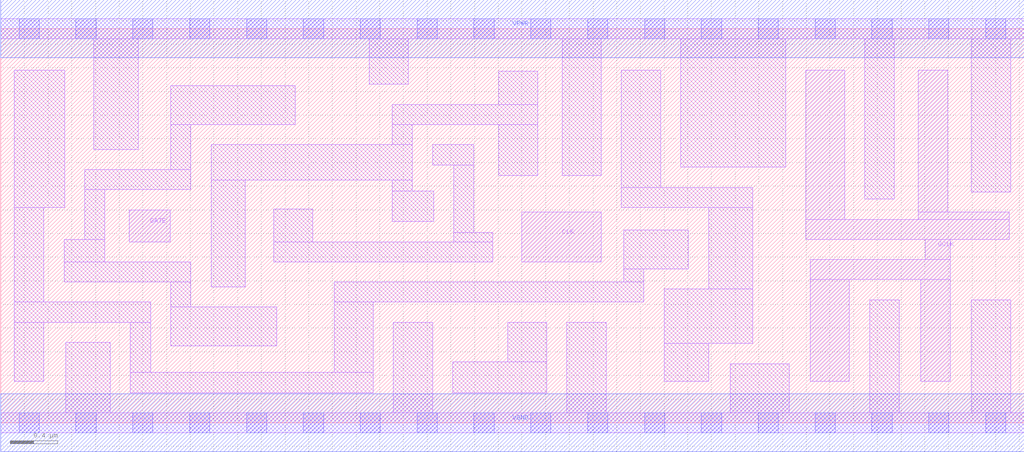
<source format=lef>
# Copyright 2020 The SkyWater PDK Authors
#
# Licensed under the Apache License, Version 2.0 (the "License");
# you may not use this file except in compliance with the License.
# You may obtain a copy of the License at
#
#     https://www.apache.org/licenses/LICENSE-2.0
#
# Unless required by applicable law or agreed to in writing, software
# distributed under the License is distributed on an "AS IS" BASIS,
# WITHOUT WARRANTIES OR CONDITIONS OF ANY KIND, either express or implied.
# See the License for the specific language governing permissions and
# limitations under the License.
#
# SPDX-License-Identifier: Apache-2.0

VERSION 5.7 ;
  NOWIREEXTENSIONATPIN ON ;
  DIVIDERCHAR "/" ;
  BUSBITCHARS "[]" ;
UNITS
  DATABASE MICRONS 200 ;
END UNITS
MACRO sky130_fd_sc_ls__dlclkp_4
  CLASS CORE ;
  FOREIGN sky130_fd_sc_ls__dlclkp_4 ;
  ORIGIN  0.000000  0.000000 ;
  SIZE  8.640000 BY  3.330000 ;
  SYMMETRY X Y ;
  SITE unit ;
  PIN GATE
    ANTENNAGATEAREA  0.246000 ;
    DIRECTION INPUT ;
    USE SIGNAL ;
    PORT
      LAYER li1 ;
        RECT 1.085000 1.530000 1.430000 1.800000 ;
    END
  END GATE
  PIN GCLK
    ANTENNADIFFAREA  1.103200 ;
    DIRECTION OUTPUT ;
    USE SIGNAL ;
    PORT
      LAYER li1 ;
        RECT 6.795000 1.550000 8.515000 1.720000 ;
        RECT 6.795000 1.720000 7.125000 2.980000 ;
        RECT 6.835000 0.350000 7.165000 1.210000 ;
        RECT 6.835000 1.210000 8.015000 1.380000 ;
        RECT 7.745000 1.720000 8.515000 1.780000 ;
        RECT 7.745000 1.780000 7.995000 2.980000 ;
        RECT 7.765000 0.350000 8.015000 1.210000 ;
        RECT 7.805000 1.380000 8.015000 1.550000 ;
    END
  END GCLK
  PIN CLK
    ANTENNAGATEAREA  0.516000 ;
    DIRECTION INPUT ;
    USE CLOCK ;
    PORT
      LAYER li1 ;
        RECT 4.400000 1.360000 5.070000 1.780000 ;
    END
  END CLK
  PIN VGND
    DIRECTION INOUT ;
    SHAPE ABUTMENT ;
    USE GROUND ;
    PORT
      LAYER met1 ;
        RECT 0.000000 -0.245000 8.640000 0.245000 ;
    END
  END VGND
  PIN VPWR
    DIRECTION INOUT ;
    SHAPE ABUTMENT ;
    USE POWER ;
    PORT
      LAYER met1 ;
        RECT 0.000000 3.085000 8.640000 3.575000 ;
    END
  END VPWR
  OBS
    LAYER li1 ;
      RECT 0.000000 -0.085000 8.640000 0.085000 ;
      RECT 0.000000  3.245000 8.640000 3.415000 ;
      RECT 0.115000  0.350000 0.365000 0.850000 ;
      RECT 0.115000  0.850000 1.265000 1.020000 ;
      RECT 0.115000  1.020000 0.365000 1.820000 ;
      RECT 0.115000  1.820000 0.540000 2.980000 ;
      RECT 0.535000  1.190000 1.605000 1.360000 ;
      RECT 0.535000  1.360000 0.880000 1.550000 ;
      RECT 0.550000  0.085000 0.925000 0.680000 ;
      RECT 0.710000  1.550000 0.880000 1.970000 ;
      RECT 0.710000  1.970000 1.605000 2.140000 ;
      RECT 0.785000  2.310000 1.160000 3.245000 ;
      RECT 1.095000  0.255000 3.145000 0.425000 ;
      RECT 1.095000  0.425000 1.265000 0.850000 ;
      RECT 1.435000  0.650000 2.330000 0.980000 ;
      RECT 1.435000  0.980000 1.605000 1.190000 ;
      RECT 1.435000  2.140000 1.605000 2.520000 ;
      RECT 1.435000  2.520000 2.485000 2.850000 ;
      RECT 1.775000  1.150000 2.065000 2.050000 ;
      RECT 1.775000  2.050000 3.475000 2.350000 ;
      RECT 2.305000  1.360000 4.155000 1.530000 ;
      RECT 2.305000  1.530000 2.635000 1.805000 ;
      RECT 2.815000  0.425000 3.145000 1.020000 ;
      RECT 2.815000  1.020000 5.430000 1.190000 ;
      RECT 3.110000  2.860000 3.440000 3.245000 ;
      RECT 3.305000  1.700000 3.655000 1.960000 ;
      RECT 3.305000  1.960000 3.475000 2.050000 ;
      RECT 3.305000  2.350000 3.475000 2.520000 ;
      RECT 3.305000  2.520000 4.535000 2.690000 ;
      RECT 3.315000  0.085000 3.645000 0.850000 ;
      RECT 3.645000  2.180000 3.995000 2.350000 ;
      RECT 3.815000  0.255000 4.610000 0.515000 ;
      RECT 3.825000  1.530000 4.155000 1.610000 ;
      RECT 3.825000  1.610000 3.995000 2.180000 ;
      RECT 4.205000  2.090000 4.535000 2.520000 ;
      RECT 4.205000  2.690000 4.535000 2.970000 ;
      RECT 4.280000  0.515000 4.610000 0.850000 ;
      RECT 4.740000  2.090000 5.070000 3.245000 ;
      RECT 4.780000  0.085000 5.110000 0.850000 ;
      RECT 5.240000  1.820000 6.350000 1.990000 ;
      RECT 5.240000  1.990000 5.570000 2.980000 ;
      RECT 5.260000  1.190000 5.430000 1.300000 ;
      RECT 5.260000  1.300000 5.805000 1.630000 ;
      RECT 5.600000  0.350000 5.975000 0.670000 ;
      RECT 5.600000  0.670000 6.350000 1.130000 ;
      RECT 5.740000  2.160000 6.625000 3.245000 ;
      RECT 5.975000  1.130000 6.350000 1.820000 ;
      RECT 6.160000  0.085000 6.655000 0.500000 ;
      RECT 7.295000  1.890000 7.545000 3.245000 ;
      RECT 7.335000  0.085000 7.585000 1.040000 ;
      RECT 8.195000  0.085000 8.525000 1.040000 ;
      RECT 8.195000  1.950000 8.525000 3.245000 ;
    LAYER mcon ;
      RECT 0.155000 -0.085000 0.325000 0.085000 ;
      RECT 0.155000  3.245000 0.325000 3.415000 ;
      RECT 0.635000 -0.085000 0.805000 0.085000 ;
      RECT 0.635000  3.245000 0.805000 3.415000 ;
      RECT 1.115000 -0.085000 1.285000 0.085000 ;
      RECT 1.115000  3.245000 1.285000 3.415000 ;
      RECT 1.595000 -0.085000 1.765000 0.085000 ;
      RECT 1.595000  3.245000 1.765000 3.415000 ;
      RECT 2.075000 -0.085000 2.245000 0.085000 ;
      RECT 2.075000  3.245000 2.245000 3.415000 ;
      RECT 2.555000 -0.085000 2.725000 0.085000 ;
      RECT 2.555000  3.245000 2.725000 3.415000 ;
      RECT 3.035000 -0.085000 3.205000 0.085000 ;
      RECT 3.035000  3.245000 3.205000 3.415000 ;
      RECT 3.515000 -0.085000 3.685000 0.085000 ;
      RECT 3.515000  3.245000 3.685000 3.415000 ;
      RECT 3.995000 -0.085000 4.165000 0.085000 ;
      RECT 3.995000  3.245000 4.165000 3.415000 ;
      RECT 4.475000 -0.085000 4.645000 0.085000 ;
      RECT 4.475000  3.245000 4.645000 3.415000 ;
      RECT 4.955000 -0.085000 5.125000 0.085000 ;
      RECT 4.955000  3.245000 5.125000 3.415000 ;
      RECT 5.435000 -0.085000 5.605000 0.085000 ;
      RECT 5.435000  3.245000 5.605000 3.415000 ;
      RECT 5.915000 -0.085000 6.085000 0.085000 ;
      RECT 5.915000  3.245000 6.085000 3.415000 ;
      RECT 6.395000 -0.085000 6.565000 0.085000 ;
      RECT 6.395000  3.245000 6.565000 3.415000 ;
      RECT 6.875000 -0.085000 7.045000 0.085000 ;
      RECT 6.875000  3.245000 7.045000 3.415000 ;
      RECT 7.355000 -0.085000 7.525000 0.085000 ;
      RECT 7.355000  3.245000 7.525000 3.415000 ;
      RECT 7.835000 -0.085000 8.005000 0.085000 ;
      RECT 7.835000  3.245000 8.005000 3.415000 ;
      RECT 8.315000 -0.085000 8.485000 0.085000 ;
      RECT 8.315000  3.245000 8.485000 3.415000 ;
  END
END sky130_fd_sc_ls__dlclkp_4
END LIBRARY

</source>
